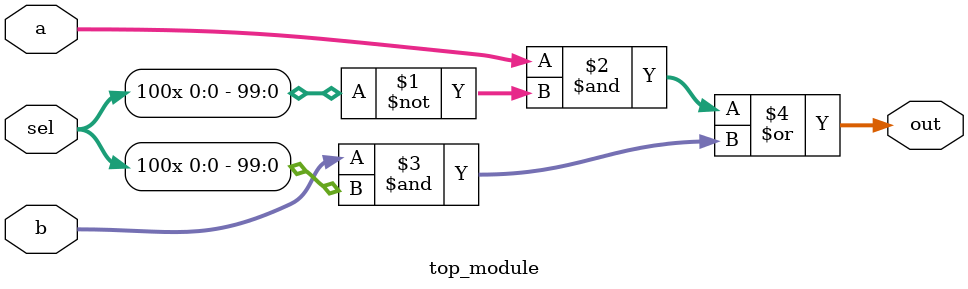
<source format=v>
module top_module( 
    input [99:0] a, b,
    input sel,
    output [99:0] out );
    assign out = a & ~{100{sel}} | b & {100{sel}};
endmodule

</source>
